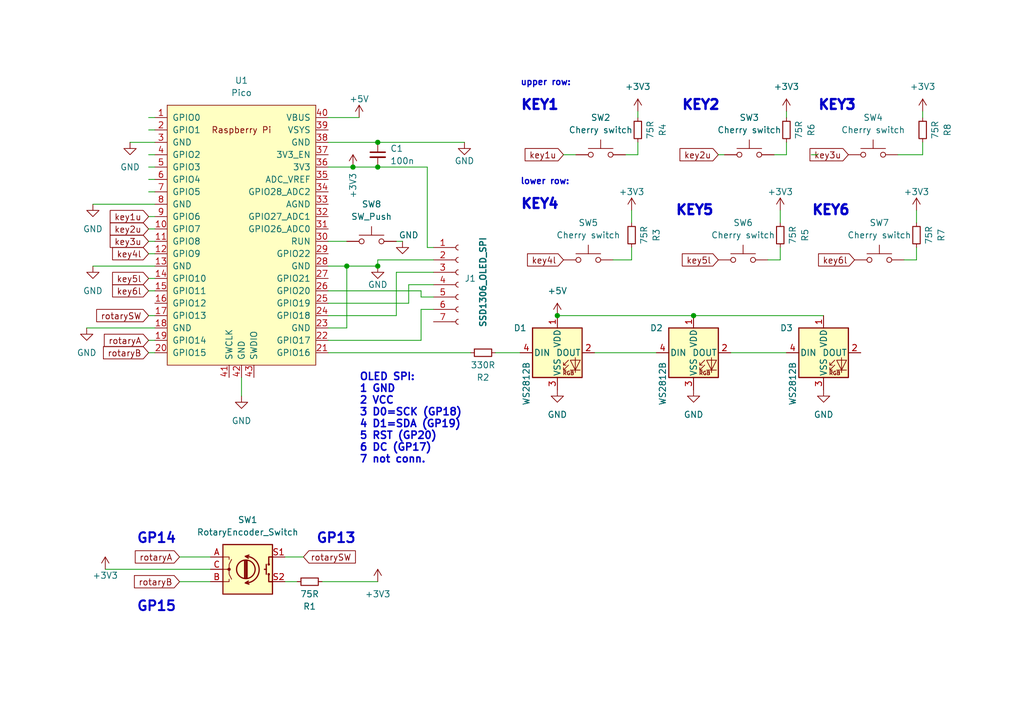
<source format=kicad_sch>
(kicad_sch (version 20211123) (generator eeschema)
  (paper "A5")
  (title_block (title "mkey macro keyboard") (rev "A (protoboard)") (company "Lasse OH3HZB"))
  (lib_symbols
    (symbol "Connector:Conn_01x07_Female" (pin_names (offset 1.016) hide)
      (property "Reference" "J" (at 0 10.16 0))
      (property "Value" "Conn_01x07_Female" (at 0 -10.16 0))
      (symbol "Conn_01x07_Female_1_1"
        (arc (start 0 -7.112) (mid -0.508 -7.62) (end 0 -8.128) (stroke (width 0.1524)))
        (arc (start 0 -4.572) (mid -0.508 -5.08) (end 0 -5.588) (stroke (width 0.1524)))
        (arc (start 0 -2.032) (mid -0.508 -2.54) (end 0 -3.048) (stroke (width 0.1524)))
        (polyline (pts (xy -1.27 -7.62) (xy -0.508 -7.62)) (stroke (width 0.1524)))
        (polyline (pts (xy -1.27 -5.08) (xy -0.508 -5.08)) (stroke (width 0.1524)))
        (polyline (pts (xy -1.27 -2.54) (xy -0.508 -2.54)) (stroke (width 0.1524)))
        (polyline (pts (xy -1.27 0) (xy -0.508 0)) (stroke (width 0.1524)))
        (polyline (pts (xy -1.27 2.54) (xy -0.508 2.54)) (stroke (width 0.1524)))
        (polyline (pts (xy -1.27 5.08) (xy -0.508 5.08)) (stroke (width 0.1524)))
        (polyline (pts (xy -1.27 7.62) (xy -0.508 7.62)) (stroke (width 0.1524)))
        (arc (start 0 0.508) (mid -0.508 0) (end 0 -0.508) (stroke (width 0.1524)))
        (arc (start 0 3.048) (mid -0.508 2.54) (end 0 2.032) (stroke (width 0.1524)))
        (arc (start 0 5.588) (mid -0.508 5.08) (end 0 4.572) (stroke (width 0.1524)))
        (arc (start 0 8.128) (mid -0.508 7.62) (end 0 7.112) (stroke (width 0.1524)))
        (pin passive line (at -5.08 7.62 0) (length 3.81) (name "Pin_1") (number "1"))
        (pin passive line (at -5.08 5.08 0) (length 3.81) (name "Pin_2") (number "2"))
        (pin passive line (at -5.08 2.54 0) (length 3.81) (name "Pin_3") (number "3"))
        (pin passive line (at -5.08 0 0) (length 3.81) (name "Pin_4") (number "4"))
        (pin passive line (at -5.08 -2.54 0) (length 3.81) (name "Pin_5") (number "5"))
        (pin passive line (at -5.08 -5.08 0) (length 3.81) (name "Pin_6") (number "6"))
        (pin passive line (at -5.08 -7.62 0) (length 3.81) (name "Pin_7") (number "7"))
      )
    )
    (symbol "Device:C_Small" (pin_numbers hide) (pin_names (offset 0.254) hide)
      (property "Reference" "C" (at 0.254 1.778 0))
      (property "Value" "C_Small" (at 0.254 -2.032 0))
      (symbol "C_Small_0_1"
        (polyline (pts (xy -1.524 -0.508) (xy 1.524 -0.508)) (stroke (width 0.3302)))
        (polyline (pts (xy -1.524 0.508) (xy 1.524 0.508)) (stroke (width 0.3048)))
      )
      (symbol "C_Small_1_1"
        (pin passive line (at 0 2.54 270) (length 2.032) (name "~") (number "1"))
        (pin passive line (at 0 -2.54 90) (length 2.032) (name "~") (number "2"))
      )
    )
    (symbol "Device:R_Small" (pin_numbers hide) (pin_names (offset 0.254) hide)
      (property "Reference" "R" (at 0.762 0.508 0))
      (property "Value" "R_Small" (at 0.762 -1.016 0))
      (symbol "R_Small_0_1"
        (rectangle (start -0.762 1.778) (end 0.762 -1.778) (stroke (width 0.2032)))
      )
      (symbol "R_Small_1_1"
        (pin passive line (at 0 2.54 270) (length 0.762) (name "~") (number "1"))
        (pin passive line (at 0 -2.54 90) (length 0.762) (name "~") (number "2"))
      )
    )
    (symbol "Device:RotaryEncoder_Switch" (pin_names (offset 0.254) hide)
      (property "Reference" "SW" (at 0 6.604 0))
      (property "Value" "RotaryEncoder_Switch" (at 0 -6.604 0))
      (symbol "RotaryEncoder_Switch_0_1"
        (rectangle (start -5.08 5.08) (end 5.08 -5.08) (stroke (width 0.254)) (fill (type background)))
        (circle (center -3.81 0) (radius 0.254) (fill (type outline)))
        (arc (start -0.381 -2.794) (mid 2.3622 -0.0635) (end -0.381 2.667) (stroke (width 0.254)))
        (circle (center -0.381 0) (radius 1.905) (stroke (width 0.254)))
        (polyline (pts (xy -0.635 -1.778) (xy -0.635 1.778)) (stroke (width 0.254)))
        (polyline (pts (xy -0.381 -1.778) (xy -0.381 1.778)) (stroke (width 0.254)))
        (polyline (pts (xy -0.127 1.778) (xy -0.127 -1.778)) (stroke (width 0.254)))
        (polyline (pts (xy 3.81 0) (xy 3.429 0)) (stroke (width 0.254)))
        (polyline (pts (xy 3.81 1.016) (xy 3.81 -1.016)) (stroke (width 0.254)))
        (polyline (pts (xy -5.08 -2.54) (xy -3.81 -2.54) (xy -3.81 -2.032)))
        (polyline (pts (xy -5.08 2.54) (xy -3.81 2.54) (xy -3.81 2.032)))
        (polyline (pts (xy 0.254 -3.048) (xy -0.508 -2.794) (xy 0.127 -2.413)) (stroke (width 0.254)))
        (polyline (pts (xy 0.254 2.921) (xy -0.508 2.667) (xy 0.127 2.286)) (stroke (width 0.254)))
        (polyline (pts (xy 5.08 -2.54) (xy 4.318 -2.54) (xy 4.318 -1.016)) (stroke (width 0.254)))
        (polyline (pts (xy 5.08 2.54) (xy 4.318 2.54) (xy 4.318 1.016)) (stroke (width 0.254)))
        (polyline (pts (xy -5.08 0) (xy -3.81 0) (xy -3.81 -1.016) (xy -3.302 -2.032)))
        (polyline (pts (xy -4.318 0) (xy -3.81 0) (xy -3.81 1.016) (xy -3.302 2.032)))
        (circle (center 4.318 -1.016) (radius 0.127) (stroke (width 0.254)))
        (circle (center 4.318 1.016) (radius 0.127) (stroke (width 0.254)))
      )
      (symbol "RotaryEncoder_Switch_1_1"
        (pin passive line (at -7.62 2.54 0) (length 2.54) (name "A") (number "A"))
        (pin passive line (at -7.62 -2.54 0) (length 2.54) (name "B") (number "B"))
        (pin passive line (at -7.62 0 0) (length 2.54) (name "C") (number "C"))
        (pin passive line (at 7.62 2.54 180) (length 2.54) (name "S1") (number "S1"))
        (pin passive line (at 7.62 -2.54 180) (length 2.54) (name "S2") (number "S2"))
      )
    )
    (symbol "LED:WS2812B" (pin_names (offset 0.254))
      (property "Reference" "D" (at 5.08 5.715 0))
      (property "Value" "WS2812B" (at 1.27 -5.715 0))
      (symbol "WS2812B_0_0"
        (text "RGB" (at 2.286 -4.191 0) (effects (font (size 0.762 0.762))))
      )
      (symbol "WS2812B_0_1"
        (polyline (pts (xy 1.27 -3.556) (xy 1.778 -3.556)))
        (polyline (pts (xy 1.27 -2.54) (xy 1.778 -2.54)))
        (polyline (pts (xy 4.699 -3.556) (xy 2.667 -3.556)))
        (polyline (pts (xy 2.286 -2.54) (xy 1.27 -3.556) (xy 1.27 -3.048)))
        (polyline (pts (xy 2.286 -1.524) (xy 1.27 -2.54) (xy 1.27 -2.032)))
        (polyline (pts (xy 3.683 -1.016) (xy 3.683 -3.556) (xy 3.683 -4.064)))
        (polyline (pts (xy 4.699 -1.524) (xy 2.667 -1.524) (xy 3.683 -3.556) (xy 4.699 -1.524)))
        (rectangle (start 5.08 5.08) (end -5.08 -5.08) (stroke (width 0.254)) (fill (type background)))
      )
      (symbol "WS2812B_1_1"
        (pin power_in line (at 0 7.62 270) (length 2.54) (name "VDD") (number "1"))
        (pin output line (at 7.62 0 180) (length 2.54) (name "DOUT") (number "2"))
        (pin power_in line (at 0 -7.62 90) (length 2.54) (name "VSS") (number "3"))
        (pin input line (at -7.62 0 0) (length 2.54) (name "DIN") (number "4"))
      )
    )
    (symbol "MCU_RaspberryPi_and_Boards:Pico" (pin_names (offset 1.016))
      (property "Reference" "U" (at -13.97 27.94 0))
      (property "Value" "Pico" (at 0 19.05 0))
      (symbol "Pico_0_0"
        (text "Raspberry Pi" (at 0 21.59 0) (effects (font (size 1.27 1.27))))
      )
      (symbol "Pico_0_1"
        (rectangle (start -15.24 26.67) (end 15.24 -26.67) (fill (type background)))
      )
      (symbol "Pico_1_1"
        (pin bidirectional line (at -17.78 24.13 0) (length 2.54) (name "GPIO0") (number "1"))
        (pin bidirectional line (at -17.78 1.27 0) (length 2.54) (name "GPIO7") (number "10"))
        (pin bidirectional line (at -17.78 -1.27 0) (length 2.54) (name "GPIO8") (number "11"))
        (pin bidirectional line (at -17.78 -3.81 0) (length 2.54) (name "GPIO9") (number "12"))
        (pin power_in line (at -17.78 -6.35 0) (length 2.54) (name "GND") (number "13"))
        (pin bidirectional line (at -17.78 -8.89 0) (length 2.54) (name "GPIO10") (number "14"))
        (pin bidirectional line (at -17.78 -11.43 0) (length 2.54) (name "GPIO11") (number "15"))
        (pin bidirectional line (at -17.78 -13.97 0) (length 2.54) (name "GPIO12") (number "16"))
        (pin bidirectional line (at -17.78 -16.51 0) (length 2.54) (name "GPIO13") (number "17"))
        (pin power_in line (at -17.78 -19.05 0) (length 2.54) (name "GND") (number "18"))
        (pin bidirectional line (at -17.78 -21.59 0) (length 2.54) (name "GPIO14") (number "19"))
        (pin bidirectional line (at -17.78 21.59 0) (length 2.54) (name "GPIO1") (number "2"))
        (pin bidirectional line (at -17.78 -24.13 0) (length 2.54) (name "GPIO15") (number "20"))
        (pin bidirectional line (at 17.78 -24.13 180) (length 2.54) (name "GPIO16") (number "21"))
        (pin bidirectional line (at 17.78 -21.59 180) (length 2.54) (name "GPIO17") (number "22"))
        (pin power_in line (at 17.78 -19.05 180) (length 2.54) (name "GND") (number "23"))
        (pin bidirectional line (at 17.78 -16.51 180) (length 2.54) (name "GPIO18") (number "24"))
        (pin bidirectional line (at 17.78 -13.97 180) (length 2.54) (name "GPIO19") (number "25"))
        (pin bidirectional line (at 17.78 -11.43 180) (length 2.54) (name "GPIO20") (number "26"))
        (pin bidirectional line (at 17.78 -8.89 180) (length 2.54) (name "GPIO21") (number "27"))
        (pin power_in line (at 17.78 -6.35 180) (length 2.54) (name "GND") (number "28"))
        (pin bidirectional line (at 17.78 -3.81 180) (length 2.54) (name "GPIO22") (number "29"))
        (pin power_in line (at -17.78 19.05 0) (length 2.54) (name "GND") (number "3"))
        (pin input line (at 17.78 -1.27 180) (length 2.54) (name "RUN") (number "30"))
        (pin bidirectional line (at 17.78 1.27 180) (length 2.54) (name "GPIO26_ADC0") (number "31"))
        (pin bidirectional line (at 17.78 3.81 180) (length 2.54) (name "GPIO27_ADC1") (number "32"))
        (pin power_in line (at 17.78 6.35 180) (length 2.54) (name "AGND") (number "33"))
        (pin bidirectional line (at 17.78 8.89 180) (length 2.54) (name "GPIO28_ADC2") (number "34"))
        (pin unspecified line (at 17.78 11.43 180) (length 2.54) (name "ADC_VREF") (number "35"))
        (pin unspecified line (at 17.78 13.97 180) (length 2.54) (name "3V3") (number "36"))
        (pin input line (at 17.78 16.51 180) (length 2.54) (name "3V3_EN") (number "37"))
        (pin bidirectional line (at 17.78 19.05 180) (length 2.54) (name "GND") (number "38"))
        (pin unspecified line (at 17.78 21.59 180) (length 2.54) (name "VSYS") (number "39"))
        (pin bidirectional line (at -17.78 16.51 0) (length 2.54) (name "GPIO2") (number "4"))
        (pin unspecified line (at 17.78 24.13 180) (length 2.54) (name "VBUS") (number "40"))
        (pin input line (at -2.54 -29.21 90) (length 2.54) (name "SWCLK") (number "41"))
        (pin power_in line (at 0 -29.21 90) (length 2.54) (name "GND") (number "42"))
        (pin bidirectional line (at 2.54 -29.21 90) (length 2.54) (name "SWDIO") (number "43"))
        (pin bidirectional line (at -17.78 13.97 0) (length 2.54) (name "GPIO3") (number "5"))
        (pin bidirectional line (at -17.78 11.43 0) (length 2.54) (name "GPIO4") (number "6"))
        (pin bidirectional line (at -17.78 8.89 0) (length 2.54) (name "GPIO5") (number "7"))
        (pin power_in line (at -17.78 6.35 0) (length 2.54) (name "GND") (number "8"))
        (pin bidirectional line (at -17.78 3.81 0) (length 2.54) (name "GPIO6") (number "9"))
      )
    )
    (symbol "Switch:SW_Push" (pin_numbers hide) (pin_names (offset 1.016) hide)
      (property "Reference" "SW" (at 1.27 2.54 0))
      (property "Value" "SW_Push" (at 0 -1.524 0))
      (symbol "SW_Push_0_1"
        (circle (center -2.032 0) (radius 0.508))
        (polyline (pts (xy 0 1.27) (xy 0 3.048)))
        (polyline (pts (xy 2.54 1.27) (xy -2.54 1.27)))
        (circle (center 2.032 0) (radius 0.508))
        (pin passive line (at -5.08 0 0) (length 2.54) (name "1") (number "1"))
        (pin passive line (at 5.08 0 180) (length 2.54) (name "2") (number "2"))
      )
    )
    (symbol "power:+3.3V" (power) (pin_names (offset 0))
      (property "Value" "+3.3V" (at 0 3.556 0))
      (symbol "+3.3V_0_1"
        (polyline (pts (xy -0.762 1.27) (xy 0 2.54)))
        (polyline (pts (xy 0 0) (xy 0 2.54)))
        (polyline (pts (xy 0 2.54) (xy 0.762 1.27)))
      )
      (symbol "+3.3V_1_1"
        (pin power_in line (at 0 0 90) (length 0) hide (name "+3V3") (number "1"))
      )
    )
    (symbol "power:+5V" (power) (pin_names (offset 0))
      (property "Value" "+5V" (at 0 3.556 0))
      (symbol "+5V_0_1"
        (polyline (pts (xy -0.762 1.27) (xy 0 2.54)))
        (polyline (pts (xy 0 0) (xy 0 2.54)))
        (polyline (pts (xy 0 2.54) (xy 0.762 1.27)))
      )
      (symbol "+5V_1_1"
        (pin power_in line (at 0 0 90) (length 0) hide (name "+5V") (number "1"))
      )
    )
    (symbol "power:GND" (power) (pin_names (offset 0))
      (property "Value" "GND" (at 0 -3.81 0))
      (symbol "GND_0_1"
        (polyline (pts (xy 0 0) (xy 0 -1.27) (xy 1.27 -1.27) (xy 0 -2.54) (xy -1.27 -1.27) (xy 0 -1.27)))
      )
      (symbol "GND_1_1"
        (pin power_in line (at 0 0 270) (length 0) hide (name "GND") (number "1"))
      )
    )
  )
  (junction (at 72.39 34.29))
  (junction (at 71.12 54.61))
  (junction (at 77.47 54.61))
  (junction (at 77.47 29.21))
  (junction (at 77.47 34.29))
  (junction (at 142.24 64.77))
  (junction (at 114.3 64.77))
  (wire (pts (xy 101.6 72.39) (xy 106.68 72.39)))
  (wire (pts (xy 88.9 53.34) (xy 77.47 53.34)))
  (wire (pts (xy 30.48 24.13) (xy 31.75 24.13)))
  (wire (pts (xy 87.63 50.8) (xy 88.9 50.8)))
  (wire (pts (xy 36.83 114.3) (xy 43.18 114.3)))
  (wire (pts (xy 21.59 116.84) (xy 43.18 116.84)))
  (wire (pts (xy 36.83 119.38) (xy 43.18 119.38)))
  (wire (pts (xy 185.42 53.34) (xy 187.96 53.34)))
  (wire (pts (xy 77.47 53.34) (xy 77.47 54.61)))
  (wire (pts (xy 129.54 43.18) (xy 129.54 45.72)))
  (wire (pts (xy 157.48 53.34) (xy 160.02 53.34)))
  (wire (pts (xy 30.48 46.99) (xy 31.75 46.99)))
  (wire (pts (xy 67.31 34.29) (xy 72.39 34.29)))
  (wire (pts (xy 67.31 24.13) (xy 73.66 24.13)))
  (wire (pts (xy 149.86 72.39) (xy 161.29 72.39)))
  (wire (pts (xy 161.29 31.75) (xy 161.29 29.21)))
  (wire (pts (xy 30.48 31.75) (xy 31.75 31.75)))
  (wire (pts (xy 86.36 63.5) (xy 86.36 69.85)))
  (wire (pts (xy 30.48 64.77) (xy 31.75 64.77)))
  (wire (pts (xy 158.75 31.75) (xy 161.29 31.75)))
  (wire (pts (xy 71.12 67.31) (xy 71.12 54.61)))
  (wire (pts (xy 81.28 64.77) (xy 67.31 64.77)))
  (wire (pts (xy 19.05 41.91) (xy 31.75 41.91)))
  (wire (pts (xy 88.9 63.5) (xy 86.36 63.5)))
  (wire (pts (xy 30.48 39.37) (xy 31.75 39.37)))
  (wire (pts (xy 30.48 26.67) (xy 31.75 26.67)))
  (wire (pts (xy 86.36 60.96) (xy 86.36 59.69)))
  (wire (pts (xy 19.05 54.61) (xy 31.75 54.61)))
  (wire (pts (xy 67.31 67.31) (xy 71.12 67.31)))
  (wire (pts (xy 67.31 72.39) (xy 96.52 72.39)))
  (wire (pts (xy 86.36 69.85) (xy 67.31 69.85)))
  (wire (pts (xy 83.82 62.23) (xy 83.82 58.42)))
  (wire (pts (xy 30.48 52.07) (xy 31.75 52.07)))
  (wire (pts (xy 130.81 29.21) (xy 130.81 31.75)))
  (wire (pts (xy 83.82 62.23) (xy 67.31 62.23)))
  (wire (pts (xy 187.96 50.8) (xy 187.96 53.34)))
  (wire (pts (xy 115.57 31.75) (xy 118.11 31.75)))
  (wire (pts (xy 125.73 53.34) (xy 129.54 53.34)))
  (wire (pts (xy 184.15 31.75) (xy 189.23 31.75)))
  (wire (pts (xy 160.02 43.18) (xy 160.02 45.72)))
  (wire (pts (xy 161.29 22.86) (xy 161.29 24.13)))
  (wire (pts (xy 187.96 43.18) (xy 187.96 45.72)))
  (wire (pts (xy 81.28 49.53) (xy 82.55 49.53)))
  (wire (pts (xy 77.47 29.21) (xy 95.25 29.21)))
  (wire (pts (xy 147.32 31.75) (xy 148.59 31.75)))
  (wire (pts (xy 30.48 34.29) (xy 31.75 34.29)))
  (wire (pts (xy 67.31 54.61) (xy 71.12 54.61)))
  (wire (pts (xy 83.82 58.42) (xy 88.9 58.42)))
  (wire (pts (xy 17.78 67.31) (xy 31.75 67.31)))
  (wire (pts (xy 81.28 55.88) (xy 81.28 64.77)))
  (wire (pts (xy 86.36 59.69) (xy 67.31 59.69)))
  (wire (pts (xy 189.23 31.75) (xy 189.23 29.21)))
  (wire (pts (xy 166.37 31.75) (xy 167.64 31.75)))
  (wire (pts (xy 30.48 69.85) (xy 31.75 69.85)))
  (wire (pts (xy 142.24 64.77) (xy 168.91 64.77)))
  (wire (pts (xy 121.92 72.39) (xy 134.62 72.39)))
  (wire (pts (xy 87.63 34.29) (xy 77.47 34.29)))
  (wire (pts (xy 58.42 119.38) (xy 60.96 119.38)))
  (wire (pts (xy 49.53 77.47) (xy 49.53 81.28)))
  (wire (pts (xy 129.54 50.8) (xy 129.54 53.34)))
  (wire (pts (xy 67.31 49.53) (xy 71.12 49.53)))
  (wire (pts (xy 114.3 64.77) (xy 142.24 64.77)))
  (wire (pts (xy 66.04 119.38) (xy 77.47 119.38)))
  (wire (pts (xy 30.48 57.15) (xy 31.75 57.15)))
  (wire (pts (xy 130.81 22.86) (xy 130.81 24.13)))
  (wire (pts (xy 30.48 59.69) (xy 31.75 59.69)))
  (wire (pts (xy 30.48 36.83) (xy 31.75 36.83)))
  (wire (pts (xy 58.42 114.3) (xy 62.23 114.3)))
  (wire (pts (xy 72.39 34.29) (xy 77.47 34.29)))
  (wire (pts (xy 26.67 29.21) (xy 31.75 29.21)))
  (wire (pts (xy 81.28 55.88) (xy 88.9 55.88)))
  (wire (pts (xy 160.02 50.8) (xy 160.02 53.34)))
  (wire (pts (xy 189.23 22.86) (xy 189.23 24.13)))
  (wire (pts (xy 67.31 29.21) (xy 77.47 29.21)))
  (wire (pts (xy 88.9 60.96) (xy 86.36 60.96)))
  (wire (pts (xy 87.63 34.29) (xy 87.63 50.8)))
  (wire (pts (xy 130.81 31.75) (xy 128.27 31.75)))
  (wire (pts (xy 30.48 49.53) (xy 31.75 49.53)))
  (wire (pts (xy 71.12 54.61) (xy 77.47 54.61)))
  (wire (pts (xy 30.48 72.39) (xy 31.75 72.39)))
  (wire (pts (xy 30.48 44.45) (xy 31.75 44.45)))
  (text "KEY6" (at 166.37 44.45 0) (effects (font (size 2 2) (thickness 0.6) bold) (justify left bottom)))
  (text "GP15" (at 27.94 125.73 0) (effects (font (size 2 2) (thickness 0.4) bold) (justify left bottom)))
  (text "lower row:" (at 106.68 38.1 0) (effects (font (size 1.27 1.27) bold) (justify left bottom)))
  (text "GP13" (at 64.77 111.76 0) (effects (font (size 2 2) (thickness 0.4) bold) (justify left bottom)))
  (text "OLED SPI:\n1 GND\n2 VCC\n3 D0=SCK (GP18)\n4 D1=SDA (GP19)\n5 RST (GP20)\n6 DC (GP17)\n7 not conn." (at 73.66 95.25 0) (effects (font (size 1.5 1.5) bold) (justify left bottom)))
  (text "KEY1" (at 106.68 22.86 0) (effects (font (size 2 2) (thickness 0.6) bold) (justify left bottom)))
  (text "upper row:" (at 106.68 17.78 0) (effects (font (size 1.27 1.27) bold) (justify left bottom)))
  (text "KEY4" (at 106.68 43.18 0) (effects (font (size 2 2) (thickness 0.6) bold) (justify left bottom)))
  (text "KEY2" (at 139.7 22.86 0) (effects (font (size 2 2) (thickness 0.6) bold) (justify left bottom)))
  (text "KEY3" (at 167.64 22.86 0) (effects (font (size 2 2) (thickness 0.6) bold) (justify left bottom)))
  (text "GP14" (at 27.94 111.76 0) (effects (font (size 2 2) (thickness 0.4) bold) (justify left bottom)))
  (text "KEY5" (at 138.43 44.45 0) (effects (font (size 2 2) (thickness 0.6) bold) (justify left bottom)))
  (global_label "key5l" (shape input) (at 30.48 57.15 180) (property "Intersheet References" "${INTERSHEET_REFS}" (effects hide)))
  (global_label "key5l" (shape input) (at 147.32 53.34 180) (property "Intersheet References" "${INTERSHEET_REFS}" (effects hide)))
  (global_label "rotaryB" (shape input) (at 30.48 72.39 180) (property "Intersheet References" "${INTERSHEET_REFS}" (effects hide)))
  (global_label "key4l" (shape input) (at 30.48 52.07 180) (property "Intersheet References" "${INTERSHEET_REFS}" (effects hide)))
  (global_label "key1u" (shape input) (at 115.57 31.75 180) (property "Intersheet References" "${INTERSHEET_REFS}" (effects hide)))
  (global_label "rotaryA" (shape input) (at 36.83 114.3 180) (property "Intersheet References" "${INTERSHEET_REFS}" (effects hide)))
  (global_label "key4l" (shape input) (at 115.57 53.34 180) (property "Intersheet References" "${INTERSHEET_REFS}" (effects hide)))
  (global_label "rotarySW" (shape input) (at 62.23 114.3 0) (property "Intersheet References" "${INTERSHEET_REFS}" (effects hide)))
  (global_label "rotaryB" (shape input) (at 36.83 119.38 180) (property "Intersheet References" "${INTERSHEET_REFS}" (effects hide)))
  (global_label "key3u" (shape input) (at 30.48 49.53 180) (property "Intersheet References" "${INTERSHEET_REFS}" (effects hide)))
  (global_label "rotarySW" (shape input) (at 30.48 64.77 180) (property "Intersheet References" "${INTERSHEET_REFS}" (effects hide)))
  (global_label "key3u" (shape input) (at 173.99 31.75 180) (property "Intersheet References" "${INTERSHEET_REFS}" (effects hide)))
  (global_label "rotaryA" (shape input) (at 30.48 69.85 180) (property "Intersheet References" "${INTERSHEET_REFS}" (effects hide)))
  (global_label "key1u" (shape input) (at 30.48 44.45 180) (property "Intersheet References" "${INTERSHEET_REFS}" (effects hide)))
  (global_label "key2u" (shape input) (at 30.48 46.99 180) (property "Intersheet References" "${INTERSHEET_REFS}" (effects hide)))
  (global_label "key6l" (shape input) (at 30.48 59.69 180) (property "Intersheet References" "${INTERSHEET_REFS}" (effects hide)))
  (global_label "key6l" (shape input) (at 175.26 53.34 180) (property "Intersheet References" "${INTERSHEET_REFS}" (effects hide)))
  (global_label "key2u" (shape input) (at 147.32 31.75 180) (property "Intersheet References" "${INTERSHEET_REFS}" (effects hide)))
  (symbol (lib_id "power:GND") (at 82.55 49.53 0) (unit 1)
    (property "Reference" "#PWR0107" (effects hide))
    (property "Value" "GND" (at 83.82 48.26 0))
  )
  (symbol (lib_id "Device:R_Small") (at 187.96 48.26 180) (unit 1)
    (property "Reference" "R7" (at 193.04 48.26 90))
    (property "Value" "75R" (at 190.5 48.26 90))
  )
  (symbol (lib_id "power:GND") (at 19.05 41.91 0) (unit 1)
    (property "Reference" "#PWR0104" (effects hide))
    (property "Value" "GND" (at 19.05 46.99 0))
  )
  (symbol (lib_id "power:GND") (at 17.78 67.31 0) (unit 1)
    (property "Reference" "#PWR0102" (effects hide))
    (property "Value" "GND" (at 17.78 72.39 0))
  )
  (symbol (lib_id "Device:R_Small") (at 99.06 72.39 90) (unit 1)
    (property "Reference" "R2" (at 99.06 77.47 90))
    (property "Value" "330R" (at 99.06 74.93 90))
  )
  (symbol (lib_id "power:+3.3V") (at 130.81 22.86 0) (unit 1)
    (property "Reference" "#PWR08" (effects hide))
    (property "Value" "+3.3V" (at 130.81 17.78 0))
  )
  (symbol (lib_id "power:+5V") (at 73.66 24.13 0) (unit 1)
    (property "Reference" "#PWR04" (effects hide))
    (property "Value" "+5V" (at 73.66 20.32 0))
  )
  (symbol (lib_id "power:+3.3V") (at 160.02 43.18 0) (unit 1)
    (property "Reference" "#PWR09" (effects hide))
    (property "Value" "+3.3V" (at 160.02 39.37 0))
  )
  (symbol (lib_id "Switch:SW_Push") (at 180.34 53.34 0) (unit 1)
    (property "Reference" "SW7" (at 180.34 45.72 0))
    (property "Value" "Cherry switch" (at 180.34 48.26 0))
    (property "Footprint" "Switch_Keyboard_Cherry_MX:SW_Cherry_MX_PCB_1.00u" (effects hide))
  )
  (symbol (lib_id "power:GND") (at 142.24 80.01 0) (unit 1)
    (property "Reference" "#PWR0109" (effects hide))
    (property "Value" "GND" (at 142.24 85.09 0))
  )
  (symbol (lib_id "Switch:SW_Push") (at 123.19 31.75 0) (unit 1)
    (property "Reference" "SW2" (at 123.19 24.13 0))
    (property "Value" "Cherry switch" (at 123.19 26.67 0))
    (property "Footprint" "Switch_Keyboard_Cherry_MX:SW_Cherry_MX_PCB_1.00u" (effects hide))
  )
  (symbol (lib_id "Connector:Conn_01x07_Female") (at 93.98 58.42 0) (unit 1)
    (property "Reference" "J1" (at 95.25 57.1499 0) (effects (justify left)))
    (property "Value" "SSD1306_OLED_SPI" (at 99.06 67.31 90) (effects (font bold) (justify left)))
  )
  (symbol (lib_id "power:+5V") (at 114.3 64.77 0) (unit 1)
    (property "Reference" "#PWR06" (effects hide))
    (property "Value" "+5V" (at 114.3 59.69 0))
  )
  (symbol (lib_id "power:+3.3V") (at 72.39 34.29 0) (unit 1)
    (property "Reference" "#PWR03" (effects hide))
    (property "Value" "+3.3V" (at 72.39 38.1 90))
  )
  (symbol (lib_id "Switch:SW_Push") (at 120.65 53.34 0) (unit 1)
    (property "Reference" "SW5" (at 120.65 45.72 0))
    (property "Value" "Cherry switch" (at 120.65 48.26 0))
    (property "Footprint" "Switch_Keyboard_Cherry_MX:SW_Cherry_MX_PCB_1.00u" (effects hide))
  )
  (symbol (lib_id "power:GND") (at 19.05 54.61 0) (unit 1)
    (property "Reference" "#PWR0103" (effects hide))
    (property "Value" "GND" (at 19.05 59.69 0))
  )
  (symbol (lib_id "power:GND") (at 95.25 29.21 0) (unit 1)
    (property "Reference" "#PWR0106" (effects hide))
    (property "Value" "GND" (at 95.25 33.02 0))
  )
  (symbol (lib_id "power:GND") (at 26.67 29.21 0) (unit 1)
    (property "Reference" "#PWR0105" (effects hide))
    (property "Value" "GND" (at 26.67 34.29 0))
  )
  (symbol (lib_id "LED:WS2812B") (at 114.3 72.39 0) (unit 1)
    (property "Reference" "D1" (at 106.68 67.31 0))
    (property "Value" "WS2812B" (at 107.95 78.74 90))
    (property "Footprint" "LED_SMD:LED_WS2812B_PLCC4_5.0x5.0mm_P3.2mm" (effects hide))
    (property "Datasheet" "https://cdn-shop.adafruit.com/datasheets/WS2812B.pdf" (effects hide))
  )
  (symbol (lib_id "Device:R_Small") (at 161.29 26.67 180) (unit 1)
    (property "Reference" "R6" (at 166.37 26.67 90))
    (property "Value" "75R" (at 163.83 26.67 90))
  )
  (symbol (lib_id "LED:WS2812B") (at 168.91 72.39 0) (unit 1)
    (property "Reference" "D3" (at 161.29 67.31 0))
    (property "Value" "WS2812B" (at 162.56 78.74 90))
    (property "Footprint" "LED_SMD:LED_WS2812B_PLCC4_5.0x5.0mm_P3.2mm" (effects hide))
    (property "Datasheet" "https://cdn-shop.adafruit.com/datasheets/WS2812B.pdf" (effects hide))
  )
  (symbol (lib_id "MCU_RaspberryPi_and_Boards:Pico") (at 49.53 48.26 0) (unit 1)
    (property "Reference" "U1" (at 49.53 16.51 0))
    (property "Value" "Pico" (at 49.53 19.05 0))
    (property "Footprint" "MCU_RaspberryPi_and_Boards:RPi_Pico_SMD_TH" (effects hide))
  )
  (symbol (lib_id "power:+3.3V") (at 189.23 22.86 0) (unit 1)
    (property "Reference" "#PWR012" (effects hide))
    (property "Value" "+3.3V" (at 189.23 17.78 0))
  )
  (symbol (lib_id "Device:C_Small") (at 77.47 31.75 0) (unit 1)
    (property "Reference" "C1" (at 80.01 30.4862 0) (effects (justify left)))
    (property "Value" "100n" (at 80.01 33.0262 0) (effects (justify left)))
    (property "Footprint" "Capacitor_SMD:C_0603_1608Metric" (effects hide))
  )
  (symbol (lib_id "Device:R_Small") (at 189.23 26.67 180) (unit 1)
    (property "Reference" "R8" (at 194.31 26.67 90))
    (property "Value" "75R" (at 191.77 26.67 90))
  )
  (symbol (lib_id "power:+3.3V") (at 187.96 43.18 0) (unit 1)
    (property "Reference" "#PWR011" (effects hide))
    (property "Value" "+3.3V" (at 187.96 39.37 0))
  )
  (symbol (lib_id "power:GND") (at 49.53 81.28 0) (unit 1)
    (property "Reference" "#PWR02" (effects hide))
    (property "Value" "GND" (at 49.53 86.36 0))
  )
  (symbol (lib_id "Device:RotaryEncoder_Switch") (at 50.8 116.84 0) (unit 1)
    (property "Reference" "SW1" (at 50.8 106.68 0))
    (property "Value" "RotaryEncoder_Switch" (at 50.8 109.22 0))
    (property "Footprint" "Rotary_Encoder:RotaryEncoder_Alps_EC12E-Switch_Vertical_H20mm" (effects hide))
  )
  (symbol (lib_id "Device:R_Small") (at 160.02 48.26 180) (unit 1)
    (property "Reference" "R5" (at 165.1 48.26 90))
    (property "Value" "75R" (at 162.56 48.26 90))
  )
  (symbol (lib_id "power:GND") (at 77.47 54.61 0) (unit 1)
    (property "Reference" "#PWR0101" (effects hide))
    (property "Value" "GND" (at 77.47 58.42 0))
  )
  (symbol (lib_id "Device:R_Small") (at 129.54 48.26 180) (unit 1)
    (property "Reference" "R3" (at 134.62 48.26 90))
    (property "Value" "75R" (at 132.08 48.26 90))
  )
  (symbol (lib_id "Switch:SW_Push") (at 152.4 53.34 0) (unit 1)
    (property "Reference" "SW6" (at 152.4 45.72 0))
    (property "Value" "Cherry switch" (at 152.4 48.26 0))
    (property "Footprint" "Switch_Keyboard_Cherry_MX:SW_Cherry_MX_PCB_1.00u" (effects hide))
  )
  (symbol (lib_id "power:+3.3V") (at 77.47 119.38 0) (unit 1)
    (property "Reference" "#PWR05" (effects hide))
    (property "Value" "+3.3V" (at 77.47 121.92 0))
  )
  (symbol (lib_id "Switch:SW_Push") (at 179.07 31.75 0) (unit 1)
    (property "Reference" "SW4" (at 179.07 24.13 0))
    (property "Value" "Cherry switch" (at 179.07 26.67 0))
    (property "Footprint" "Switch_Keyboard_Cherry_MX:SW_Cherry_MX_PCB_1.00u" (effects hide))
  )
  (symbol (lib_id "Device:R_Small") (at 63.5 119.38 90) (unit 1)
    (property "Reference" "R1" (at 63.5 124.46 90))
    (property "Value" "75R" (at 63.5 121.92 90))
  )
  (symbol (lib_id "Switch:SW_Push") (at 76.2 49.53 0) (unit 1)
    (property "Reference" "SW8" (at 76.2 41.91 0))
    (property "Value" "SW_Push" (at 76.2 44.45 0))
  )
  (symbol (lib_id "power:GND") (at 168.91 80.01 0) (unit 1)
    (property "Reference" "#PWR0108" (effects hide))
    (property "Value" "GND" (at 168.91 85.09 0))
  )
  (symbol (lib_id "Switch:SW_Push") (at 153.67 31.75 0) (unit 1)
    (property "Reference" "SW3" (at 153.67 24.13 0))
    (property "Value" "Cherry switch" (at 153.67 26.67 0))
    (property "Footprint" "Switch_Keyboard_Cherry_MX:SW_Cherry_MX_PCB_1.00u" (effects hide))
  )
  (symbol (lib_id "power:+3.3V") (at 161.29 22.86 0) (unit 1)
    (property "Reference" "#PWR010" (effects hide))
    (property "Value" "+3.3V" (at 161.29 17.78 0))
  )
  (symbol (lib_id "power:+3.3V") (at 21.59 116.84 0) (unit 1)
    (property "Reference" "#PWR01" (effects hide))
    (property "Value" "+3.3V" (at 21.59 118.11 0))
  )
  (symbol (lib_id "power:+3.3V") (at 129.54 43.18 0) (unit 1)
    (property "Reference" "#PWR07" (effects hide))
    (property "Value" "+3.3V" (at 129.54 39.37 0))
  )
  (symbol (lib_id "LED:WS2812B") (at 142.24 72.39 0) (unit 1)
    (property "Reference" "D2" (at 134.62 67.31 0))
    (property "Value" "WS2812B" (at 135.89 78.74 90))
    (property "Footprint" "LED_SMD:LED_WS2812B_PLCC4_5.0x5.0mm_P3.2mm" (effects hide))
    (property "Datasheet" "https://cdn-shop.adafruit.com/datasheets/WS2812B.pdf" (effects hide))
  )
  (symbol (lib_id "Device:R_Small") (at 130.81 26.67 180) (unit 1)
    (property "Reference" "R4" (at 135.89 26.67 90))
    (property "Value" "75R" (at 133.35 26.67 90))
  )
  (symbol (lib_id "power:GND") (at 114.3 80.01 0) (unit 1)
    (property "Reference" "#PWR0110" (effects hide))
    (property "Value" "GND" (at 114.3 85.09 0))
  )
)
</source>
